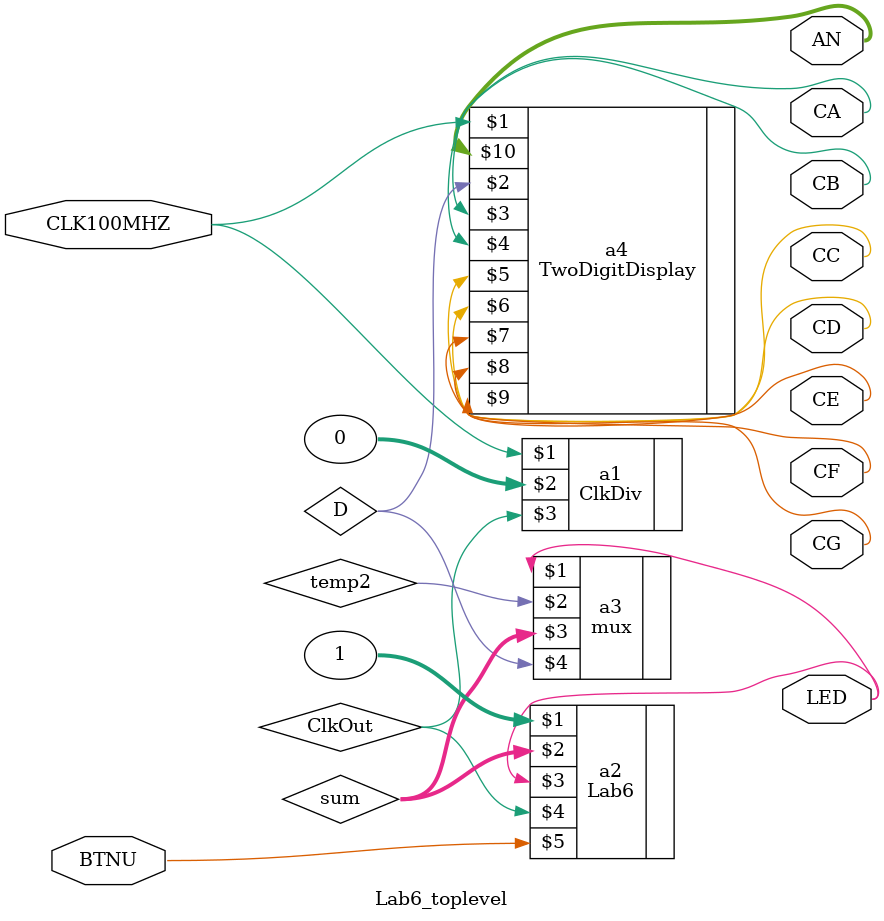
<source format=v>
module Lab6_toplevel (CLK100MHZ, BTNU, LED, CA, CB, CC, CD, CE, CF, CG, AN);
    input CLK100MHZ;
    input BTNU; //BTNU is Reset
    output [0:0] LED; //LED[0] is done
    output CA, CB, CC, CD, CE, CF, CG; //segment a, b, ... g
    output [7:0] AN;  //enable each digit of the 8 digits
    //write your code to connect the modules as shown in Figure 1 (page 3)
    
    wire [7:0] sum;
    
    (* mark_debug = "true" *) wire [7:0] debug_Reg0;
    (* mark_debug = "true" *) wire [7:0] debug_Reg1;
    (* mark_debug = "true" *) wire [7:0] debug_Reg2;
    (* mark_debug = "true" *) wire [7:0] debug_Reg3;
    (* mark_debug = "true" *) wire [7:0] debug_Reg4;
    (* mark_debug = "true" *) wire [7:0] debug_Reg5;
    (* mark_debug = "true" *) wire [7:0] debug_Reg6;
    (* mark_debug = "true" *) wire [7:0] debug_Reg7;
    (* mark_debug = "true" *) wire [7:0] debug_Reg8;
    (* mark_debug = "true" *) wire [7:0] debug_Reg9;
    (* mark_debug = "true" *) wire [7:0] debug_Reg10;
    (* mark_debug = "true" *) wire [7:0] debug_Reg11;
    (* mark_debug = "true" *) wire [7:0] debug_Reg12;
    (* mark_debug = "true" *) wire [7:0] debug_Reg13;
    (* mark_debug = "true" *) wire [7:0] debug_Reg14;
    (* mark_debug = "true" *) wire [7:0] debug_Reg15;

    ClkDiv a1(CLK100MHZ,0,ClkOut);
    Lab6 a2(1, sum, LED, ClkOut, BTNU); //add wire to output R_data while done = 0
    mux a3(LED, temp2, sum, D);
    TwoDigitDisplay a4(CLK100MHZ,D,CA,CB,CC,CD,CE,CF,CG,AN);
    
endmodule

</source>
